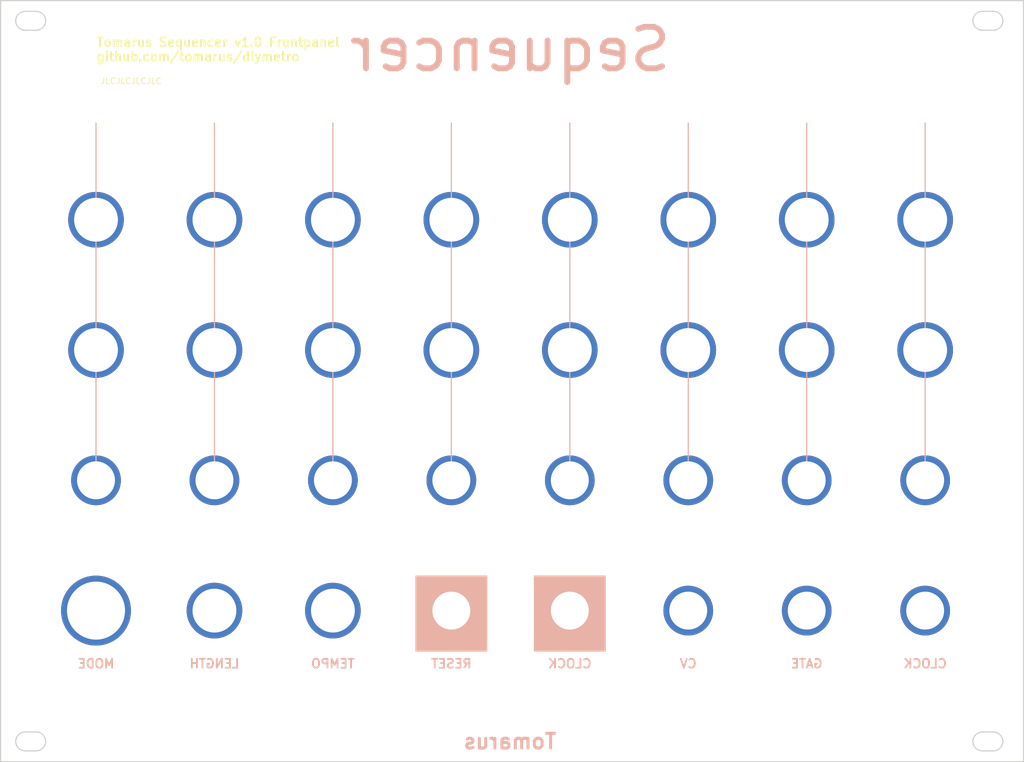
<source format=kicad_pcb>
(kicad_pcb (version 20171130) (host pcbnew 5.0.2+dfsg1-1~bpo9+1)

  (general
    (thickness 1.6)
    (drawings 275)
    (tracks 0)
    (zones 0)
    (modules 40)
    (nets 1)
  )

  (page A4)
  (layers
    (0 F.Cu signal)
    (31 B.Cu signal)
    (32 B.Adhes user hide)
    (33 F.Adhes user hide)
    (34 B.Paste user hide)
    (35 F.Paste user hide)
    (36 B.SilkS user)
    (37 F.SilkS user)
    (38 B.Mask user hide)
    (39 F.Mask user hide)
    (40 Dwgs.User user hide)
    (41 Cmts.User user hide)
    (42 Eco1.User user hide)
    (43 Eco2.User user hide)
    (44 Edge.Cuts user)
    (45 Margin user hide)
    (46 B.CrtYd user hide)
    (47 F.CrtYd user hide)
    (48 B.Fab user hide)
    (49 F.Fab user hide)
  )

  (setup
    (last_trace_width 0.25)
    (trace_clearance 0.2)
    (zone_clearance 0.508)
    (zone_45_only no)
    (trace_min 0.2)
    (segment_width 0.2)
    (edge_width 0.15)
    (via_size 0.8)
    (via_drill 0.4)
    (via_min_size 0.4)
    (via_min_drill 0.3)
    (uvia_size 0.3)
    (uvia_drill 0.1)
    (uvias_allowed no)
    (uvia_min_size 0.2)
    (uvia_min_drill 0.1)
    (pcb_text_width 0.3)
    (pcb_text_size 1.5 1.5)
    (mod_edge_width 0.15)
    (mod_text_size 1 1)
    (mod_text_width 0.15)
    (pad_size 11.8 11.8)
    (pad_drill 9.8)
    (pad_to_mask_clearance 0.051)
    (solder_mask_min_width 0.25)
    (aux_axis_origin 0 0)
    (visible_elements FFFFFF7F)
    (pcbplotparams
      (layerselection 0x010fc_ffffffff)
      (usegerberextensions false)
      (usegerberattributes false)
      (usegerberadvancedattributes false)
      (creategerberjobfile false)
      (excludeedgelayer true)
      (linewidth 0.100000)
      (plotframeref false)
      (viasonmask false)
      (mode 1)
      (useauxorigin false)
      (hpglpennumber 1)
      (hpglpenspeed 20)
      (hpglpendiameter 15.000000)
      (psnegative false)
      (psa4output false)
      (plotreference true)
      (plotvalue true)
      (plotinvisibletext false)
      (padsonsilk false)
      (subtractmaskfromsilk false)
      (outputformat 1)
      (mirror false)
      (drillshape 0)
      (scaleselection 1)
      (outputdirectory "Gerbers/"))
  )

  (net 0 "")

  (net_class Default "This is the default net class."
    (clearance 0.2)
    (trace_width 0.25)
    (via_dia 0.8)
    (via_drill 0.4)
    (uvia_dia 0.3)
    (uvia_drill 0.1)
  )

  (module MountingHole:MountingHole_3.2mm_M3 (layer F.Cu) (tedit 5D2A1361) (tstamp 5D364E67)
    (at 80.588 45.044)
    (descr "Mounting Hole 3.2mm, no annular, M3")
    (tags "mounting hole 3.2mm no annular m3")
    (attr virtual)
    (fp_text reference REF** (at 0 -4.2) (layer F.SilkS) hide
      (effects (font (size 1 1) (thickness 0.15)))
    )
    (fp_text value MountingHole_3.2mm_M3 (at 0 4.2) (layer F.Fab)
      (effects (font (size 1 1) (thickness 0.15)))
    )
    (fp_circle (center 0 0) (end 3.45 0) (layer F.CrtYd) (width 0.05))
    (fp_circle (center 0 0) (end 3.2 0) (layer Cmts.User) (width 0.15))
    (fp_text user %R (at 0.3 0) (layer F.Fab)
      (effects (font (size 1 1) (thickness 0.15)))
    )
    (pad 1 np_thru_hole circle (at 0 0) (size 3.2 3.2) (drill 3.2) (layers *.Cu *.Mask))
  )

  (module MountingHole:MountingHole_3.2mm_M3 (layer F.Cu) (tedit 5D2A1365) (tstamp 5D364E76)
    (at 100.588 45.044)
    (descr "Mounting Hole 3.2mm, no annular, M3")
    (tags "mounting hole 3.2mm no annular m3")
    (attr virtual)
    (fp_text reference REF** (at 0 -4.2) (layer F.SilkS) hide
      (effects (font (size 1 1) (thickness 0.15)))
    )
    (fp_text value MountingHole_3.2mm_M3 (at 0 4.2) (layer F.Fab)
      (effects (font (size 1 1) (thickness 0.15)))
    )
    (fp_circle (center 0 0) (end 3.45 0) (layer F.CrtYd) (width 0.05))
    (fp_circle (center 0 0) (end 3.2 0) (layer Cmts.User) (width 0.15))
    (fp_text user %R (at 0.3 0) (layer F.Fab)
      (effects (font (size 1 1) (thickness 0.15)))
    )
    (pad 1 np_thru_hole circle (at 0 0) (size 3.2 3.2) (drill 3.2) (layers *.Cu *.Mask))
  )

  (module MountingHole:MountingHole_3.2mm_M3 (layer F.Cu) (tedit 5D2A1376) (tstamp 5D364E94)
    (at 120.588 45.044)
    (descr "Mounting Hole 3.2mm, no annular, M3")
    (tags "mounting hole 3.2mm no annular m3")
    (attr virtual)
    (fp_text reference REF** (at 0 -4.2) (layer F.SilkS) hide
      (effects (font (size 1 1) (thickness 0.15)))
    )
    (fp_text value MountingHole_3.2mm_M3 (at 0 4.2) (layer F.Fab)
      (effects (font (size 1 1) (thickness 0.15)))
    )
    (fp_circle (center 0 0) (end 3.45 0) (layer F.CrtYd) (width 0.05))
    (fp_circle (center 0 0) (end 3.2 0) (layer Cmts.User) (width 0.15))
    (fp_text user %R (at 0.3 0) (layer F.Fab)
      (effects (font (size 1 1) (thickness 0.15)))
    )
    (pad 1 np_thru_hole circle (at 0 0) (size 3.2 3.2) (drill 3.2) (layers *.Cu *.Mask))
  )

  (module MountingHole:MountingHole_3.2mm_M3 (layer F.Cu) (tedit 5D2A137A) (tstamp 5D364EA3)
    (at 140.588 45.044)
    (descr "Mounting Hole 3.2mm, no annular, M3")
    (tags "mounting hole 3.2mm no annular m3")
    (attr virtual)
    (fp_text reference REF** (at 0 -4.2) (layer F.SilkS) hide
      (effects (font (size 1 1) (thickness 0.15)))
    )
    (fp_text value MountingHole_3.2mm_M3 (at 0 4.2) (layer F.Fab)
      (effects (font (size 1 1) (thickness 0.15)))
    )
    (fp_circle (center 0 0) (end 3.45 0) (layer F.CrtYd) (width 0.05))
    (fp_circle (center 0 0) (end 3.2 0) (layer Cmts.User) (width 0.15))
    (fp_text user %R (at 0.3 0) (layer F.Fab)
      (effects (font (size 1 1) (thickness 0.15)))
    )
    (pad 1 np_thru_hole circle (at 0 0) (size 3.2 3.2) (drill 3.2) (layers *.Cu *.Mask))
  )

  (module MountingHole:MountingHole_3.2mm_M3 (layer F.Cu) (tedit 5D2A137F) (tstamp 5D364EB2)
    (at 160.588 45.044)
    (descr "Mounting Hole 3.2mm, no annular, M3")
    (tags "mounting hole 3.2mm no annular m3")
    (attr virtual)
    (fp_text reference REF** (at 0 -4.2) (layer F.SilkS) hide
      (effects (font (size 1 1) (thickness 0.15)))
    )
    (fp_text value MountingHole_3.2mm_M3 (at 0 4.2) (layer F.Fab)
      (effects (font (size 1 1) (thickness 0.15)))
    )
    (fp_circle (center 0 0) (end 3.45 0) (layer F.CrtYd) (width 0.05))
    (fp_circle (center 0 0) (end 3.2 0) (layer Cmts.User) (width 0.15))
    (fp_text user %R (at 0.3 0) (layer F.Fab)
      (effects (font (size 1 1) (thickness 0.15)))
    )
    (pad 1 np_thru_hole circle (at 0 0) (size 3.2 3.2) (drill 3.2) (layers *.Cu *.Mask))
  )

  (module MountingHole:MountingHole_3.2mm_M3 (layer F.Cu) (tedit 5D2A1383) (tstamp 5D364EC1)
    (at 180.588 45.044)
    (descr "Mounting Hole 3.2mm, no annular, M3")
    (tags "mounting hole 3.2mm no annular m3")
    (attr virtual)
    (fp_text reference REF** (at 0 -4.2) (layer F.SilkS) hide
      (effects (font (size 1 1) (thickness 0.15)))
    )
    (fp_text value MountingHole_3.2mm_M3 (at 0 4.2) (layer F.Fab)
      (effects (font (size 1 1) (thickness 0.15)))
    )
    (fp_circle (center 0 0) (end 3.45 0) (layer F.CrtYd) (width 0.05))
    (fp_circle (center 0 0) (end 3.2 0) (layer Cmts.User) (width 0.15))
    (fp_text user %R (at 0.3 0) (layer F.Fab)
      (effects (font (size 1 1) (thickness 0.15)))
    )
    (pad 1 np_thru_hole circle (at 0 0) (size 3.2 3.2) (drill 3.2) (layers *.Cu *.Mask))
  )

  (module MountingHole:MountingHole_3.2mm_M3 (layer F.Cu) (tedit 5D2A13BB) (tstamp 5D364ED7)
    (at 200.588 45.044)
    (descr "Mounting Hole 3.2mm, no annular, M3")
    (tags "mounting hole 3.2mm no annular m3")
    (attr virtual)
    (fp_text reference REF** (at 0 -4.2) (layer F.SilkS) hide
      (effects (font (size 1 1) (thickness 0.15)))
    )
    (fp_text value MountingHole_3.2mm_M3 (at 0 4.2) (layer F.Fab)
      (effects (font (size 1 1) (thickness 0.15)))
    )
    (fp_circle (center 0 0) (end 3.45 0) (layer F.CrtYd) (width 0.05))
    (fp_circle (center 0 0) (end 3.2 0) (layer Cmts.User) (width 0.15))
    (fp_text user %R (at 0.3 0) (layer F.Fab)
      (effects (font (size 1 1) (thickness 0.15)))
    )
    (pad 1 np_thru_hole circle (at 0 0) (size 3.2 3.2) (drill 3.2) (layers *.Cu *.Mask))
  )

  (module MountingHole:MountingHole_3.2mm_M3 (layer F.Cu) (tedit 5D2A13BF) (tstamp 5D364EE6)
    (at 220.588 45.044)
    (descr "Mounting Hole 3.2mm, no annular, M3")
    (tags "mounting hole 3.2mm no annular m3")
    (attr virtual)
    (fp_text reference REF** (at 0 -4.2) (layer F.SilkS) hide
      (effects (font (size 1 1) (thickness 0.15)))
    )
    (fp_text value MountingHole_3.2mm_M3 (at 0 4.2) (layer F.Fab)
      (effects (font (size 1 1) (thickness 0.15)))
    )
    (fp_circle (center 0 0) (end 3.45 0) (layer F.CrtYd) (width 0.05))
    (fp_circle (center 0 0) (end 3.2 0) (layer Cmts.User) (width 0.15))
    (fp_text user %R (at 0.3 0) (layer F.Fab)
      (effects (font (size 1 1) (thickness 0.15)))
    )
    (pad 1 np_thru_hole circle (at 0 0) (size 3.2 3.2) (drill 3.2) (layers *.Cu *.Mask))
  )

  (module Tomarus:MountingHole_7mm_Pad (layer F.Cu) (tedit 5D2E2648) (tstamp 5D4C560C)
    (at 220.588 63.044)
    (descr "Mounting Hole 6mm")
    (tags "mounting hole 6mm")
    (attr virtual)
    (fp_text reference REF** (at 0 -7) (layer F.SilkS) hide
      (effects (font (size 1 1) (thickness 0.15)))
    )
    (fp_text value MountingHole_7mm_Pad (at 0 7) (layer F.Fab)
      (effects (font (size 1 1) (thickness 0.15)))
    )
    (fp_circle (center 0 0) (end 7.25 0) (layer F.CrtYd) (width 0.05))
    (fp_circle (center 0 0) (end 7 0) (layer Cmts.User) (width 0.15))
    (fp_text user %R (at 0.3 0) (layer F.Fab)
      (effects (font (size 1 1) (thickness 0.15)))
    )
    (pad 1 thru_hole circle (at 0 0) (size 9.4 9.4) (drill 7.4) (layers *.Cu *.Mask))
  )

  (module Tomarus:MountingHole_7mm_Pad (layer F.Cu) (tedit 5D2E2642) (tstamp 5D4C5630)
    (at 200.588 63.044)
    (descr "Mounting Hole 6mm")
    (tags "mounting hole 6mm")
    (attr virtual)
    (fp_text reference REF** (at 0 -7) (layer F.SilkS) hide
      (effects (font (size 1 1) (thickness 0.15)))
    )
    (fp_text value MountingHole_7mm_Pad (at 0 7) (layer F.Fab)
      (effects (font (size 1 1) (thickness 0.15)))
    )
    (fp_circle (center 0 0) (end 7.25 0) (layer F.CrtYd) (width 0.05))
    (fp_circle (center 0 0) (end 7 0) (layer Cmts.User) (width 0.15))
    (fp_text user %R (at 0.3 0) (layer F.Fab)
      (effects (font (size 1 1) (thickness 0.15)))
    )
    (pad 1 thru_hole circle (at 0 0) (size 9.4 9.4) (drill 7.4) (layers *.Cu *.Mask))
  )

  (module Tomarus:MountingHole_7mm_Pad (layer F.Cu) (tedit 5D2E2679) (tstamp 5D4C5654)
    (at 220.588 85.044)
    (descr "Mounting Hole 6mm")
    (tags "mounting hole 6mm")
    (attr virtual)
    (fp_text reference REF** (at 0 -7) (layer F.SilkS) hide
      (effects (font (size 1 1) (thickness 0.15)))
    )
    (fp_text value MountingHole_7mm_Pad (at 0 7) (layer F.Fab)
      (effects (font (size 1 1) (thickness 0.15)))
    )
    (fp_circle (center 0 0) (end 7.25 0) (layer F.CrtYd) (width 0.05))
    (fp_circle (center 0 0) (end 7 0) (layer Cmts.User) (width 0.15))
    (fp_text user %R (at 0.3 0) (layer F.Fab)
      (effects (font (size 1 1) (thickness 0.15)))
    )
    (pad 1 thru_hole circle (at 0 0) (size 9.4 9.4) (drill 7.4) (layers *.Cu *.Mask))
  )

  (module Tomarus:MountingHole_7mm_Pad (layer F.Cu) (tedit 5D2E2673) (tstamp 5D4C5678)
    (at 200.588 85.044)
    (descr "Mounting Hole 6mm")
    (tags "mounting hole 6mm")
    (attr virtual)
    (fp_text reference REF** (at 0 -7) (layer F.SilkS) hide
      (effects (font (size 1 1) (thickness 0.15)))
    )
    (fp_text value MountingHole_7mm_Pad (at 0 7) (layer F.Fab)
      (effects (font (size 1 1) (thickness 0.15)))
    )
    (fp_circle (center 0 0) (end 7.25 0) (layer F.CrtYd) (width 0.05))
    (fp_circle (center 0 0) (end 7 0) (layer Cmts.User) (width 0.15))
    (fp_text user %R (at 0.3 0) (layer F.Fab)
      (effects (font (size 1 1) (thickness 0.15)))
    )
    (pad 1 thru_hole circle (at 0 0) (size 9.4 9.4) (drill 7.4) (layers *.Cu *.Mask))
  )

  (module Tomarus:MountingHole_7mm_Pad (layer F.Cu) (tedit 5D2E263D) (tstamp 5D4C569C)
    (at 180.588 63.044)
    (descr "Mounting Hole 6mm")
    (tags "mounting hole 6mm")
    (attr virtual)
    (fp_text reference REF** (at 0 -7) (layer F.SilkS) hide
      (effects (font (size 1 1) (thickness 0.15)))
    )
    (fp_text value MountingHole_7mm_Pad (at 0 7) (layer F.Fab)
      (effects (font (size 1 1) (thickness 0.15)))
    )
    (fp_circle (center 0 0) (end 7.25 0) (layer F.CrtYd) (width 0.05))
    (fp_circle (center 0 0) (end 7 0) (layer Cmts.User) (width 0.15))
    (fp_text user %R (at 0.3 0) (layer F.Fab)
      (effects (font (size 1 1) (thickness 0.15)))
    )
    (pad 1 thru_hole circle (at 0 0) (size 9.4 9.4) (drill 7.4) (layers *.Cu *.Mask))
  )

  (module Tomarus:MountingHole_7mm_Pad (layer F.Cu) (tedit 5D2E2638) (tstamp 5D4C56C0)
    (at 160.588 63.044)
    (descr "Mounting Hole 6mm")
    (tags "mounting hole 6mm")
    (attr virtual)
    (fp_text reference REF** (at 0 -7) (layer F.SilkS) hide
      (effects (font (size 1 1) (thickness 0.15)))
    )
    (fp_text value MountingHole_7mm_Pad (at 0 7) (layer F.Fab)
      (effects (font (size 1 1) (thickness 0.15)))
    )
    (fp_circle (center 0 0) (end 7.25 0) (layer F.CrtYd) (width 0.05))
    (fp_circle (center 0 0) (end 7 0) (layer Cmts.User) (width 0.15))
    (fp_text user %R (at 0.3 0) (layer F.Fab)
      (effects (font (size 1 1) (thickness 0.15)))
    )
    (pad 1 thru_hole circle (at 0 0) (size 9.4 9.4) (drill 7.4) (layers *.Cu *.Mask))
  )

  (module Tomarus:MountingHole_7mm_Pad (layer F.Cu) (tedit 5D2E2633) (tstamp 5D4C56E4)
    (at 140.588 63.044)
    (descr "Mounting Hole 6mm")
    (tags "mounting hole 6mm")
    (attr virtual)
    (fp_text reference REF** (at 0 -7) (layer F.SilkS) hide
      (effects (font (size 1 1) (thickness 0.15)))
    )
    (fp_text value MountingHole_7mm_Pad (at 0 7) (layer F.Fab)
      (effects (font (size 1 1) (thickness 0.15)))
    )
    (fp_circle (center 0 0) (end 7.25 0) (layer F.CrtYd) (width 0.05))
    (fp_circle (center 0 0) (end 7 0) (layer Cmts.User) (width 0.15))
    (fp_text user %R (at 0.3 0) (layer F.Fab)
      (effects (font (size 1 1) (thickness 0.15)))
    )
    (pad 1 thru_hole circle (at 0 0) (size 9.4 9.4) (drill 7.4) (layers *.Cu *.Mask))
  )

  (module Tomarus:MountingHole_7mm_Pad (layer F.Cu) (tedit 5D2E262E) (tstamp 5D4C5708)
    (at 120.588 63.044)
    (descr "Mounting Hole 6mm")
    (tags "mounting hole 6mm")
    (attr virtual)
    (fp_text reference REF** (at 0 -7) (layer F.SilkS) hide
      (effects (font (size 1 1) (thickness 0.15)))
    )
    (fp_text value MountingHole_7mm_Pad (at 0 7) (layer F.Fab)
      (effects (font (size 1 1) (thickness 0.15)))
    )
    (fp_circle (center 0 0) (end 7.25 0) (layer F.CrtYd) (width 0.05))
    (fp_circle (center 0 0) (end 7 0) (layer Cmts.User) (width 0.15))
    (fp_text user %R (at 0.3 0) (layer F.Fab)
      (effects (font (size 1 1) (thickness 0.15)))
    )
    (pad 1 thru_hole circle (at 0 0) (size 9.4 9.4) (drill 7.4) (layers *.Cu *.Mask))
  )

  (module Tomarus:MountingHole_7mm_Pad (layer F.Cu) (tedit 5D2E2629) (tstamp 5D4C572C)
    (at 100.588 63.044)
    (descr "Mounting Hole 6mm")
    (tags "mounting hole 6mm")
    (attr virtual)
    (fp_text reference REF** (at 0 -7) (layer F.SilkS) hide
      (effects (font (size 1 1) (thickness 0.15)))
    )
    (fp_text value MountingHole_7mm_Pad (at 0 7) (layer F.Fab)
      (effects (font (size 1 1) (thickness 0.15)))
    )
    (fp_circle (center 0 0) (end 7.25 0) (layer F.CrtYd) (width 0.05))
    (fp_circle (center 0 0) (end 7 0) (layer Cmts.User) (width 0.15))
    (fp_text user %R (at 0.3 0) (layer F.Fab)
      (effects (font (size 1 1) (thickness 0.15)))
    )
    (pad 1 thru_hole circle (at 0 0) (size 9.4 9.4) (drill 7.4) (layers *.Cu *.Mask))
  )

  (module Tomarus:MountingHole_7mm_Pad (layer F.Cu) (tedit 5D2E2623) (tstamp 5D4C5774)
    (at 80.588 63.044)
    (descr "Mounting Hole 6mm")
    (tags "mounting hole 6mm")
    (attr virtual)
    (fp_text reference REF** (at 0 -7) (layer F.SilkS) hide
      (effects (font (size 1 1) (thickness 0.15)))
    )
    (fp_text value MountingHole_7mm_Pad (at 0 7) (layer F.Fab)
      (effects (font (size 1 1) (thickness 0.15)))
    )
    (fp_circle (center 0 0) (end 7.25 0) (layer F.CrtYd) (width 0.05))
    (fp_circle (center 0 0) (end 7 0) (layer Cmts.User) (width 0.15))
    (fp_text user %R (at 0.3 0) (layer F.Fab)
      (effects (font (size 1 1) (thickness 0.15)))
    )
    (pad 1 thru_hole circle (at 0 0) (size 9.4 9.4) (drill 7.4) (layers *.Cu *.Mask))
  )

  (module Tomarus:MountingHole_7mm_Pad (layer F.Cu) (tedit 5D2E264E) (tstamp 5D4C5798)
    (at 80.588 85.044)
    (descr "Mounting Hole 6mm")
    (tags "mounting hole 6mm")
    (attr virtual)
    (fp_text reference REF** (at 0 -7) (layer F.SilkS) hide
      (effects (font (size 1 1) (thickness 0.15)))
    )
    (fp_text value MountingHole_7mm_Pad (at 0 7) (layer F.Fab)
      (effects (font (size 1 1) (thickness 0.15)))
    )
    (fp_circle (center 0 0) (end 7.25 0) (layer F.CrtYd) (width 0.05))
    (fp_circle (center 0 0) (end 7 0) (layer Cmts.User) (width 0.15))
    (fp_text user %R (at 0.3 0) (layer F.Fab)
      (effects (font (size 1 1) (thickness 0.15)))
    )
    (pad 1 thru_hole circle (at 0 0) (size 9.4 9.4) (drill 7.4) (layers *.Cu *.Mask))
  )

  (module Tomarus:MountingHole_7mm_Pad (layer F.Cu) (tedit 5D2E2654) (tstamp 5D4C57BC)
    (at 100.588 85.044)
    (descr "Mounting Hole 6mm")
    (tags "mounting hole 6mm")
    (attr virtual)
    (fp_text reference REF** (at 0 -7) (layer F.SilkS) hide
      (effects (font (size 1 1) (thickness 0.15)))
    )
    (fp_text value MountingHole_7mm_Pad (at 0 7) (layer F.Fab)
      (effects (font (size 1 1) (thickness 0.15)))
    )
    (fp_circle (center 0 0) (end 7.25 0) (layer F.CrtYd) (width 0.05))
    (fp_circle (center 0 0) (end 7 0) (layer Cmts.User) (width 0.15))
    (fp_text user %R (at 0.3 0) (layer F.Fab)
      (effects (font (size 1 1) (thickness 0.15)))
    )
    (pad 1 thru_hole circle (at 0 0) (size 9.4 9.4) (drill 7.4) (layers *.Cu *.Mask))
  )

  (module Tomarus:MountingHole_7mm_Pad (layer F.Cu) (tedit 5D2E2659) (tstamp 5D4C57E0)
    (at 120.588 85.044)
    (descr "Mounting Hole 6mm")
    (tags "mounting hole 6mm")
    (attr virtual)
    (fp_text reference REF** (at 0 -7) (layer F.SilkS) hide
      (effects (font (size 1 1) (thickness 0.15)))
    )
    (fp_text value MountingHole_7mm_Pad (at 0 7) (layer F.Fab)
      (effects (font (size 1 1) (thickness 0.15)))
    )
    (fp_circle (center 0 0) (end 7.25 0) (layer F.CrtYd) (width 0.05))
    (fp_circle (center 0 0) (end 7 0) (layer Cmts.User) (width 0.15))
    (fp_text user %R (at 0.3 0) (layer F.Fab)
      (effects (font (size 1 1) (thickness 0.15)))
    )
    (pad 1 thru_hole circle (at 0 0) (size 9.4 9.4) (drill 7.4) (layers *.Cu *.Mask))
  )

  (module Tomarus:MountingHole_7mm_Pad (layer F.Cu) (tedit 5D2E265F) (tstamp 5D4C5828)
    (at 140.588 85.044)
    (descr "Mounting Hole 6mm")
    (tags "mounting hole 6mm")
    (attr virtual)
    (fp_text reference REF** (at 0 -7) (layer F.SilkS) hide
      (effects (font (size 1 1) (thickness 0.15)))
    )
    (fp_text value MountingHole_7mm_Pad (at 0 7) (layer F.Fab)
      (effects (font (size 1 1) (thickness 0.15)))
    )
    (fp_circle (center 0 0) (end 7.25 0) (layer F.CrtYd) (width 0.05))
    (fp_circle (center 0 0) (end 7 0) (layer Cmts.User) (width 0.15))
    (fp_text user %R (at 0.3 0) (layer F.Fab)
      (effects (font (size 1 1) (thickness 0.15)))
    )
    (pad 1 thru_hole circle (at 0 0) (size 9.4 9.4) (drill 7.4) (layers *.Cu *.Mask))
  )

  (module Tomarus:MountingHole_7mm_Pad (layer F.Cu) (tedit 5D2E2665) (tstamp 5D4C584C)
    (at 160.588 85.044)
    (descr "Mounting Hole 6mm")
    (tags "mounting hole 6mm")
    (attr virtual)
    (fp_text reference REF** (at 0 -7) (layer F.SilkS) hide
      (effects (font (size 1 1) (thickness 0.15)))
    )
    (fp_text value MountingHole_7mm_Pad (at 0 7) (layer F.Fab)
      (effects (font (size 1 1) (thickness 0.15)))
    )
    (fp_circle (center 0 0) (end 7.25 0) (layer F.CrtYd) (width 0.05))
    (fp_circle (center 0 0) (end 7 0) (layer Cmts.User) (width 0.15))
    (fp_text user %R (at 0.3 0) (layer F.Fab)
      (effects (font (size 1 1) (thickness 0.15)))
    )
    (pad 1 thru_hole circle (at 0 0) (size 9.4 9.4) (drill 7.4) (layers *.Cu *.Mask))
  )

  (module Tomarus:MountingHole_7mm_Pad (layer F.Cu) (tedit 5D2E266A) (tstamp 5D4C5870)
    (at 180.588 85.044)
    (descr "Mounting Hole 6mm")
    (tags "mounting hole 6mm")
    (attr virtual)
    (fp_text reference REF** (at 0 -7) (layer F.SilkS) hide
      (effects (font (size 1 1) (thickness 0.15)))
    )
    (fp_text value MountingHole_7mm_Pad (at 0 7) (layer F.Fab)
      (effects (font (size 1 1) (thickness 0.15)))
    )
    (fp_circle (center 0 0) (end 7.25 0) (layer F.CrtYd) (width 0.05))
    (fp_circle (center 0 0) (end 7 0) (layer Cmts.User) (width 0.15))
    (fp_text user %R (at 0.3 0) (layer F.Fab)
      (effects (font (size 1 1) (thickness 0.15)))
    )
    (pad 1 thru_hole circle (at 0 0) (size 9.4 9.4) (drill 7.4) (layers *.Cu *.Mask))
  )

  (module MountingHole:MountingHole_6.4mm_M6_Pad (layer F.Cu) (tedit 5D2E2612) (tstamp 5D2E386A)
    (at 220.588 107.044)
    (descr "Mounting Hole 6.4mm, M6")
    (tags "mounting hole 6.4mm m6")
    (attr virtual)
    (fp_text reference REF** (at 0 -7.4) (layer F.SilkS) hide
      (effects (font (size 1 1) (thickness 0.15)))
    )
    (fp_text value MountingHole_6.4mm_M6_Pad (at 0 7.4) (layer F.Fab)
      (effects (font (size 1 1) (thickness 0.15)))
    )
    (fp_text user %R (at 0.3 0) (layer F.Fab)
      (effects (font (size 1 1) (thickness 0.15)))
    )
    (fp_circle (center 0 0) (end 6.4 0) (layer Cmts.User) (width 0.15))
    (fp_circle (center 0 0) (end 6.65 0) (layer F.CrtYd) (width 0.05))
    (pad 1 thru_hole circle (at 0 0) (size 8.4 8.4) (drill 6.4) (layers *.Cu *.Mask))
  )

  (module MountingHole:MountingHole_6.4mm_M6_Pad (layer F.Cu) (tedit 5D2E260D) (tstamp 5D2E39E7)
    (at 200.588 107.044)
    (descr "Mounting Hole 6.4mm, M6")
    (tags "mounting hole 6.4mm m6")
    (attr virtual)
    (fp_text reference REF** (at 0 -7.4) (layer F.SilkS) hide
      (effects (font (size 1 1) (thickness 0.15)))
    )
    (fp_text value MountingHole_6.4mm_M6_Pad (at 0 7.4) (layer F.Fab)
      (effects (font (size 1 1) (thickness 0.15)))
    )
    (fp_text user %R (at 0.3 0) (layer F.Fab)
      (effects (font (size 1 1) (thickness 0.15)))
    )
    (fp_circle (center 0 0) (end 6.4 0) (layer Cmts.User) (width 0.15))
    (fp_circle (center 0 0) (end 6.65 0) (layer F.CrtYd) (width 0.05))
    (pad 1 thru_hole circle (at 0 0) (size 8.4 8.4) (drill 6.4) (layers *.Cu *.Mask))
  )

  (module MountingHole:MountingHole_6.4mm_M6_Pad (layer F.Cu) (tedit 5D2E2607) (tstamp 5D2E39A5)
    (at 180.588 107.044)
    (descr "Mounting Hole 6.4mm, M6")
    (tags "mounting hole 6.4mm m6")
    (attr virtual)
    (fp_text reference REF** (at 0 -7.4) (layer F.SilkS) hide
      (effects (font (size 1 1) (thickness 0.15)))
    )
    (fp_text value MountingHole_6.4mm_M6_Pad (at 0 7.4) (layer F.Fab)
      (effects (font (size 1 1) (thickness 0.15)))
    )
    (fp_text user %R (at 0.3 0) (layer F.Fab)
      (effects (font (size 1 1) (thickness 0.15)))
    )
    (fp_circle (center 0 0) (end 6.4 0) (layer Cmts.User) (width 0.15))
    (fp_circle (center 0 0) (end 6.65 0) (layer F.CrtYd) (width 0.05))
    (pad 1 thru_hole circle (at 0 0) (size 8.4 8.4) (drill 6.4) (layers *.Cu *.Mask))
  )

  (module MountingHole:MountingHole_6.4mm_M6_Pad (layer F.Cu) (tedit 5D2E2602) (tstamp 5D2E39FC)
    (at 160.588 107.044)
    (descr "Mounting Hole 6.4mm, M6")
    (tags "mounting hole 6.4mm m6")
    (attr virtual)
    (fp_text reference REF** (at 0 -7.4) (layer F.SilkS) hide
      (effects (font (size 1 1) (thickness 0.15)))
    )
    (fp_text value MountingHole_6.4mm_M6_Pad (at 0 7.4) (layer F.Fab)
      (effects (font (size 1 1) (thickness 0.15)))
    )
    (fp_text user %R (at 0.3 0) (layer F.Fab)
      (effects (font (size 1 1) (thickness 0.15)))
    )
    (fp_circle (center 0 0) (end 6.4 0) (layer Cmts.User) (width 0.15))
    (fp_circle (center 0 0) (end 6.65 0) (layer F.CrtYd) (width 0.05))
    (pad 1 thru_hole circle (at 0 0) (size 8.4 8.4) (drill 6.4) (layers *.Cu *.Mask))
  )

  (module MountingHole:MountingHole_6.4mm_M6_Pad (layer F.Cu) (tedit 5D2E25FD) (tstamp 5D2E3990)
    (at 140.588 107.044)
    (descr "Mounting Hole 6.4mm, M6")
    (tags "mounting hole 6.4mm m6")
    (attr virtual)
    (fp_text reference REF** (at 0 -7.4) (layer F.SilkS) hide
      (effects (font (size 1 1) (thickness 0.15)))
    )
    (fp_text value MountingHole_6.4mm_M6_Pad (at 0 7.4) (layer F.Fab)
      (effects (font (size 1 1) (thickness 0.15)))
    )
    (fp_text user %R (at 0.3 0) (layer F.Fab)
      (effects (font (size 1 1) (thickness 0.15)))
    )
    (fp_circle (center 0 0) (end 6.4 0) (layer Cmts.User) (width 0.15))
    (fp_circle (center 0 0) (end 6.65 0) (layer F.CrtYd) (width 0.05))
    (pad 1 thru_hole circle (at 0 0) (size 8.4 8.4) (drill 6.4) (layers *.Cu *.Mask))
  )

  (module MountingHole:MountingHole_6.4mm_M6_Pad (layer F.Cu) (tedit 5D2E25F7) (tstamp 5D2E395D)
    (at 120.588 107.044)
    (descr "Mounting Hole 6.4mm, M6")
    (tags "mounting hole 6.4mm m6")
    (attr virtual)
    (fp_text reference REF** (at 0 -7.4) (layer F.SilkS) hide
      (effects (font (size 1 1) (thickness 0.15)))
    )
    (fp_text value MountingHole_6.4mm_M6_Pad (at 0 7.4) (layer F.Fab)
      (effects (font (size 1 1) (thickness 0.15)))
    )
    (fp_text user %R (at 0.3 0) (layer F.Fab)
      (effects (font (size 1 1) (thickness 0.15)))
    )
    (fp_circle (center 0 0) (end 6.4 0) (layer Cmts.User) (width 0.15))
    (fp_circle (center 0 0) (end 6.65 0) (layer F.CrtYd) (width 0.05))
    (pad 1 thru_hole circle (at 0 0) (size 8.4 8.4) (drill 6.4) (layers *.Cu *.Mask))
  )

  (module MountingHole:MountingHole_6.4mm_M6_Pad (layer F.Cu) (tedit 5D2E25F1) (tstamp 5D2E3972)
    (at 100.588 107.044)
    (descr "Mounting Hole 6.4mm, M6")
    (tags "mounting hole 6.4mm m6")
    (attr virtual)
    (fp_text reference REF** (at 0 -7.4) (layer F.SilkS) hide
      (effects (font (size 1 1) (thickness 0.15)))
    )
    (fp_text value MountingHole_6.4mm_M6_Pad (at 0 7.4) (layer F.Fab)
      (effects (font (size 1 1) (thickness 0.15)))
    )
    (fp_text user %R (at 0.3 0) (layer F.Fab)
      (effects (font (size 1 1) (thickness 0.15)))
    )
    (fp_circle (center 0 0) (end 6.4 0) (layer Cmts.User) (width 0.15))
    (fp_circle (center 0 0) (end 6.65 0) (layer F.CrtYd) (width 0.05))
    (pad 1 thru_hole circle (at 0 0) (size 8.4 8.4) (drill 6.4) (layers *.Cu *.Mask))
  )

  (module MountingHole:MountingHole_6.4mm_M6_Pad (layer F.Cu) (tedit 5D2E25EC) (tstamp 5D2E39C0)
    (at 80.588 107.044)
    (descr "Mounting Hole 6.4mm, M6")
    (tags "mounting hole 6.4mm m6")
    (attr virtual)
    (fp_text reference REF** (at 0 -7.4) (layer F.SilkS) hide
      (effects (font (size 1 1) (thickness 0.15)))
    )
    (fp_text value MountingHole_6.4mm_M6_Pad (at 0 7.4) (layer F.Fab)
      (effects (font (size 1 1) (thickness 0.15)))
    )
    (fp_text user %R (at 0.3 0) (layer F.Fab)
      (effects (font (size 1 1) (thickness 0.15)))
    )
    (fp_circle (center 0 0) (end 6.4 0) (layer Cmts.User) (width 0.15))
    (fp_circle (center 0 0) (end 6.65 0) (layer F.CrtYd) (width 0.05))
    (pad 1 thru_hole circle (at 0 0) (size 8.4 8.4) (drill 6.4) (layers *.Cu *.Mask))
  )

  (module MountingHole:MountingHole_6.4mm_M6_Pad (layer F.Cu) (tedit 5D2E1F25) (tstamp 5D2E3828)
    (at 220.588 129.044)
    (descr "Mounting Hole 6.4mm, M6")
    (tags "mounting hole 6.4mm m6")
    (attr virtual)
    (fp_text reference REF** (at 0 -7.4) (layer F.SilkS) hide
      (effects (font (size 1 1) (thickness 0.15)))
    )
    (fp_text value MountingHole_6.4mm_M6_Pad (at 0 7.4) (layer F.Fab)
      (effects (font (size 1 1) (thickness 0.15)))
    )
    (fp_circle (center 0 0) (end 6.65 0) (layer F.CrtYd) (width 0.05))
    (fp_circle (center 0 0) (end 6.4 0) (layer Cmts.User) (width 0.15))
    (fp_text user %R (at 0.3 0) (layer F.Fab)
      (effects (font (size 1 1) (thickness 0.15)))
    )
    (pad 1 thru_hole circle (at 0 0) (size 8.4 8.4) (drill 6.4) (layers *.Cu *.Mask))
  )

  (module MountingHole:MountingHole_6.4mm_M6_Pad (layer F.Cu) (tedit 5D2E1F2C) (tstamp 5D2E387F)
    (at 200.588 129.044)
    (descr "Mounting Hole 6.4mm, M6")
    (tags "mounting hole 6.4mm m6")
    (attr virtual)
    (fp_text reference REF** (at 0 -7.4) (layer F.SilkS) hide
      (effects (font (size 1 1) (thickness 0.15)))
    )
    (fp_text value MountingHole_6.4mm_M6_Pad (at 0 7.4) (layer F.Fab)
      (effects (font (size 1 1) (thickness 0.15)))
    )
    (fp_circle (center 0 0) (end 6.65 0) (layer F.CrtYd) (width 0.05))
    (fp_circle (center 0 0) (end 6.4 0) (layer Cmts.User) (width 0.15))
    (fp_text user %R (at 0.3 0) (layer F.Fab)
      (effects (font (size 1 1) (thickness 0.15)))
    )
    (pad 1 thru_hole circle (at 0 0) (size 8.4 8.4) (drill 6.4) (layers *.Cu *.Mask))
  )

  (module MountingHole:MountingHole_6.4mm_M6_Pad (layer F.Cu) (tedit 5D2E1F37) (tstamp 5D2E383D)
    (at 180.588 129.044)
    (descr "Mounting Hole 6.4mm, M6")
    (tags "mounting hole 6.4mm m6")
    (attr virtual)
    (fp_text reference REF** (at 0 -7.4) (layer F.SilkS) hide
      (effects (font (size 1 1) (thickness 0.15)))
    )
    (fp_text value MountingHole_6.4mm_M6_Pad (at 0 7.4) (layer F.Fab)
      (effects (font (size 1 1) (thickness 0.15)))
    )
    (fp_circle (center 0 0) (end 6.65 0) (layer F.CrtYd) (width 0.05))
    (fp_circle (center 0 0) (end 6.4 0) (layer Cmts.User) (width 0.15))
    (fp_text user %R (at 0.3 0) (layer F.Fab)
      (effects (font (size 1 1) (thickness 0.15)))
    )
    (pad 1 thru_hole circle (at 0 0) (size 8.4 8.4) (drill 6.4) (layers *.Cu *.Mask))
  )

  (module MountingHole:MountingHole_6.4mm_M6_Pad (layer F.Cu) (tedit 5D2E1F3D) (tstamp 5D2E38DC)
    (at 160.588 129.044)
    (descr "Mounting Hole 6.4mm, M6")
    (tags "mounting hole 6.4mm m6")
    (attr virtual)
    (fp_text reference REF** (at 0 -7.4) (layer F.SilkS) hide
      (effects (font (size 1 1) (thickness 0.15)))
    )
    (fp_text value MountingHole_6.4mm_M6_Pad (at 0 7.4) (layer F.Fab)
      (effects (font (size 1 1) (thickness 0.15)))
    )
    (fp_circle (center 0 0) (end 6.65 0) (layer F.CrtYd) (width 0.05))
    (fp_circle (center 0 0) (end 6.4 0) (layer Cmts.User) (width 0.15))
    (fp_text user %R (at 0.3 0) (layer F.Fab)
      (effects (font (size 1 1) (thickness 0.15)))
    )
    (pad 1 thru_hole circle (at 0 0) (size 8.4 8.4) (drill 6.4) (layers *.Cu *.Mask))
  )

  (module MountingHole:MountingHole_6.4mm_M6_Pad (layer F.Cu) (tedit 5D2E1F45) (tstamp 5D2E3852)
    (at 140.588 129.044)
    (descr "Mounting Hole 6.4mm, M6")
    (tags "mounting hole 6.4mm m6")
    (attr virtual)
    (fp_text reference REF** (at 0 -7.4) (layer F.SilkS) hide
      (effects (font (size 1 1) (thickness 0.15)))
    )
    (fp_text value MountingHole_6.4mm_M6_Pad (at 0 7.4) (layer F.Fab)
      (effects (font (size 1 1) (thickness 0.15)))
    )
    (fp_circle (center 0 0) (end 6.65 0) (layer F.CrtYd) (width 0.05))
    (fp_circle (center 0 0) (end 6.4 0) (layer Cmts.User) (width 0.15))
    (fp_text user %R (at 0.3 0) (layer F.Fab)
      (effects (font (size 1 1) (thickness 0.15)))
    )
    (pad 1 thru_hole circle (at 0 0) (size 8.4 8.4) (drill 6.4) (layers *.Cu *.Mask))
  )

  (module Tomarus:MountingHole_7mm_Pad (layer F.Cu) (tedit 5D7368F7) (tstamp 5D2E3807)
    (at 120.588 129.044)
    (descr "Mounting Hole 6mm")
    (tags "mounting hole 6mm")
    (attr virtual)
    (fp_text reference REF** (at 0 -7) (layer F.SilkS) hide
      (effects (font (size 1 1) (thickness 0.15)))
    )
    (fp_text value MountingHole_7mm_Pad (at 0 7) (layer F.Fab)
      (effects (font (size 1 1) (thickness 0.15)))
    )
    (fp_text user %R (at 0.3 0) (layer F.Fab)
      (effects (font (size 1 1) (thickness 0.15)))
    )
    (fp_circle (center 0 0) (end 7 0) (layer Cmts.User) (width 0.15))
    (fp_circle (center 0 0) (end 7.25 0) (layer F.CrtYd) (width 0.05))
    (pad 1 thru_hole circle (at 0 0) (size 9.4 9.4) (drill 7.4) (layers *.Cu *.Mask))
  )

  (module Tomarus:MountingHole_7mm_Pad (layer F.Cu) (tedit 5D7368F1) (tstamp 5D2E3894)
    (at 100.588 129.044)
    (descr "Mounting Hole 6mm")
    (tags "mounting hole 6mm")
    (attr virtual)
    (fp_text reference REF** (at 0 -7) (layer F.SilkS) hide
      (effects (font (size 1 1) (thickness 0.15)))
    )
    (fp_text value MountingHole_7mm_Pad (at 0 7) (layer F.Fab)
      (effects (font (size 1 1) (thickness 0.15)))
    )
    (fp_text user %R (at 0.3 0) (layer F.Fab)
      (effects (font (size 1 1) (thickness 0.15)))
    )
    (fp_circle (center 0 0) (end 7 0) (layer Cmts.User) (width 0.15))
    (fp_circle (center 0 0) (end 7.25 0) (layer F.CrtYd) (width 0.05))
    (pad 1 thru_hole circle (at 0 0) (size 9.4 9.4) (drill 7.4) (layers *.Cu *.Mask))
  )

  (module Tomarus:MountingHole_9.5mm_Pad (layer F.Cu) (tedit 5D736919) (tstamp 5D2E38C7)
    (at 80.588 129.044)
    (descr "Mounting Hole 6mm")
    (tags "mounting hole 6mm")
    (attr virtual)
    (fp_text reference REF** (at 0 -10.5) (layer F.SilkS) hide
      (effects (font (size 1 1) (thickness 0.15)))
    )
    (fp_text value MountingHole_9.5mm_Pad (at 0 10.5) (layer F.Fab)
      (effects (font (size 1 1) (thickness 0.15)))
    )
    (fp_text user %R (at 0.3 0) (layer F.Fab)
      (effects (font (size 1 1) (thickness 0.15)))
    )
    (fp_circle (center 0 0) (end 9.2 0) (layer Cmts.User) (width 0.15))
    (fp_circle (center 0 0) (end 9.5 0) (layer F.CrtYd) (width 0.05))
    (pad 1 thru_hole circle (at 0 0) (size 11.8 11.8) (drill 9.8) (layers *.Cu *.Mask))
  )

  (gr_text Sequencer (at 150.495 34.29) (layer B.SilkS) (tstamp 5D72D994)
    (effects (font (size 7 7) (thickness 1)) (justify mirror))
  )
  (gr_text Tomarus (at 150.495 151.13) (layer B.SilkS)
    (effects (font (size 2.5 2.5) (thickness 0.5)) (justify mirror))
  )
  (gr_poly (pts (xy 154.588 123.19) (xy 154.588 135.89) (xy 166.588 135.89) (xy 166.588 123.19)) (layer B.SilkS) (width 0.15))
  (gr_poly (pts (xy 134.588 123.19) (xy 134.588 135.89) (xy 146.588 135.89) (xy 146.588 123.19)) (layer B.SilkS) (width 0.15))
  (gr_line (start 220.588 45.0215) (end 220.588 106.9975) (layer B.SilkS) (width 0.2))
  (gr_line (start 200.588 45.0215) (end 200.588 106.9975) (layer B.SilkS) (width 0.2))
  (gr_line (start 180.588 45.0215) (end 180.588 106.9975) (layer B.SilkS) (width 0.2))
  (gr_line (start 160.588 45.0215) (end 160.588 106.9975) (layer B.SilkS) (width 0.2))
  (gr_line (start 140.588 45.0215) (end 140.588 106.9975) (layer B.SilkS) (width 0.2))
  (gr_line (start 120.588 45.0215) (end 120.588 106.9975) (layer B.SilkS) (width 0.2))
  (gr_line (start 100.588 45.0215) (end 100.588 106.9975) (layer B.SilkS) (width 0.2))
  (gr_line (start 80.588 45.0215) (end 80.588 106.9975) (layer B.SilkS) (width 0.2))
  (dimension 172.72 (width 0.3) (layer F.Fab)
    (gr_text "172.720 mm" (at 150.8506 158.0814) (layer F.Fab)
      (effects (font (size 1.5 1.5) (thickness 0.3)))
    )
    (feature1 (pts (xy 237.2106 155.067) (xy 237.2106 156.567821)))
    (feature2 (pts (xy 64.4906 155.067) (xy 64.4906 156.567821)))
    (crossbar (pts (xy 64.4906 155.9814) (xy 237.2106 155.9814)))
    (arrow1a (pts (xy 237.2106 155.9814) (xy 236.084096 156.567821)))
    (arrow1b (pts (xy 237.2106 155.9814) (xy 236.084096 155.394979)))
    (arrow2a (pts (xy 64.4906 155.9814) (xy 65.617104 156.567821)))
    (arrow2b (pts (xy 64.4906 155.9814) (xy 65.617104 155.394979)))
  )
  (gr_text CLOCK (at 220.588 138) (layer B.SilkS) (tstamp 5D2E38BE)
    (effects (font (size 1.5 1.5) (thickness 0.3)) (justify mirror))
  )
  (gr_text GATE (at 200.588 138) (layer B.SilkS) (tstamp 5D2E38BB)
    (effects (font (size 1.5 1.5) (thickness 0.3)) (justify mirror))
  )
  (gr_text CV (at 180.588 138) (layer B.SilkS) (tstamp 5D2E38B8)
    (effects (font (size 1.5 1.5) (thickness 0.3)) (justify mirror))
  )
  (gr_text CLOCK (at 160.588 138) (layer B.SilkS) (tstamp 5D2E38B5)
    (effects (font (size 1.5 1.5) (thickness 0.3)) (justify mirror))
  )
  (gr_text RESET (at 140.588 138) (layer B.SilkS) (tstamp 5D2E38B2)
    (effects (font (size 1.5 1.5) (thickness 0.3)) (justify mirror))
  )
  (gr_text TEMPO (at 120.588 138) (layer B.SilkS) (tstamp 5D2E38AF)
    (effects (font (size 1.5 1.5) (thickness 0.3)) (justify mirror))
  )
  (gr_text LENGTH (at 100.588 138) (layer B.SilkS) (tstamp 5D2E38AC)
    (effects (font (size 1.5 1.5) (thickness 0.3)) (justify mirror))
  )
  (gr_text MODE (at 80.588 138) (layer B.SilkS) (tstamp 5D2E38A9)
    (effects (font (size 1.5 1.5) (thickness 0.3)) (justify mirror))
  )
  (gr_text JLCJLCJLCJLC (at 81.28 39.624) (layer F.SilkS)
    (effects (font (size 1 1) (thickness 0.15)) (justify left))
  )
  (gr_text "Tomarus Sequencer v1.0 Frontpanel\ngithub.com/tomarus/diymetro" (at 80.518 34.29) (layer F.SilkS)
    (effects (font (size 1.5 1.5) (thickness 0.3)) (justify left))
  )
  (gr_line (start 72.01969 29.951) (end 71.79242 30.397) (layer Edge.Cuts) (width 0.2))
  (gr_line (start 72.098 29.457) (end 72.01969 29.951) (layer Edge.Cuts) (width 0.2))
  (gr_line (start 72.01969 28.962) (end 72.098 29.457) (layer Edge.Cuts) (width 0.2))
  (gr_line (start 71.79242 28.516) (end 72.01969 28.962) (layer Edge.Cuts) (width 0.2))
  (gr_line (start 71.43845 28.162) (end 71.79242 28.516) (layer Edge.Cuts) (width 0.2))
  (gr_line (start 70.99242 27.935) (end 71.43845 28.162) (layer Edge.Cuts) (width 0.2))
  (gr_line (start 70.49799 27.856) (end 70.99242 27.935) (layer Edge.Cuts) (width 0.2))
  (gr_line (start 68.618 27.856) (end 70.49799 27.856) (layer Edge.Cuts) (width 0.2))
  (gr_line (start 68.12357 27.935) (end 68.618 27.856) (layer Edge.Cuts) (width 0.2))
  (gr_line (start 67.67754 28.162) (end 68.12357 27.935) (layer Edge.Cuts) (width 0.2))
  (gr_line (start 67.32357 28.516) (end 67.67754 28.162) (layer Edge.Cuts) (width 0.2))
  (gr_line (start 67.0963 28.962) (end 67.32357 28.516) (layer Edge.Cuts) (width 0.2))
  (gr_line (start 67.01799 29.457) (end 67.0963 28.962) (layer Edge.Cuts) (width 0.2))
  (gr_line (start 67.0963 29.951) (end 67.01799 29.457) (layer Edge.Cuts) (width 0.2))
  (gr_line (start 67.32357 30.397) (end 67.0963 29.951) (layer Edge.Cuts) (width 0.2))
  (gr_line (start 200.338 107.294) (end 200.838 106.794) (layer Edge.Cuts) (width 0.2) (tstamp 5D2E381F))
  (gr_line (start 160.838 107.294) (end 160.338 106.794) (layer Edge.Cuts) (width 0.2) (tstamp 5D2E381C))
  (gr_line (start 160.838 106.794) (end 160.338 107.294) (layer Edge.Cuts) (width 0.2) (tstamp 5D2E3819))
  (gr_line (start 160.338 106.794) (end 160.838 107.294) (layer Edge.Cuts) (width 0.2) (tstamp 5D2E3816))
  (gr_line (start 160.338 107.294) (end 160.838 106.794) (layer Edge.Cuts) (width 0.2) (tstamp 5D2E3954))
  (gr_line (start 120.838 107.294) (end 120.338 106.794) (layer Edge.Cuts) (width 0.2) (tstamp 5D2E3951))
  (gr_line (start 120.838 106.794) (end 120.338 107.294) (layer Edge.Cuts) (width 0.2) (tstamp 5D2E394E))
  (gr_line (start 120.338 106.794) (end 120.838 107.294) (layer Edge.Cuts) (width 0.2) (tstamp 5D2E394B))
  (gr_line (start 120.338 107.294) (end 120.838 106.794) (layer Edge.Cuts) (width 0.2) (tstamp 5D2E3948))
  (gr_line (start 140.838 107.294) (end 140.338 106.794) (layer Edge.Cuts) (width 0.2) (tstamp 5D2E3945))
  (gr_line (start 140.838 106.794) (end 140.338 107.294) (layer Edge.Cuts) (width 0.2) (tstamp 5D2E3942))
  (gr_line (start 140.338 106.794) (end 140.838 107.294) (layer Edge.Cuts) (width 0.2) (tstamp 5D2E393F))
  (gr_line (start 140.338 107.294) (end 140.838 106.794) (layer Edge.Cuts) (width 0.2) (tstamp 5D2E393C))
  (gr_line (start 220.838 107.294) (end 220.338 106.794) (layer Edge.Cuts) (width 0.2) (tstamp 5D2E3939))
  (gr_line (start 220.838 106.794) (end 220.338 107.294) (layer Edge.Cuts) (width 0.2) (tstamp 5D2E3861))
  (gr_line (start 64.478 154.544) (end 237.198 154.544) (layer Edge.Cuts) (width 0.2))
  (gr_line (start 64.478 26.044) (end 64.478 154.544) (layer Edge.Cuts) (width 0.2))
  (gr_line (start 200.338 63.294) (end 200.838 62.794) (layer Edge.Cuts) (width 0.2))
  (gr_line (start 180.838 63.294) (end 180.338 62.794) (layer Edge.Cuts) (width 0.2))
  (gr_line (start 180.838 62.794) (end 180.338 63.294) (layer Edge.Cuts) (width 0.2))
  (gr_line (start 180.338 62.794) (end 180.838 63.294) (layer Edge.Cuts) (width 0.2))
  (gr_line (start 180.338 63.294) (end 180.838 62.794) (layer Edge.Cuts) (width 0.2))
  (gr_line (start 120.338 63.294) (end 120.838 62.794) (layer Edge.Cuts) (width 0.2))
  (gr_line (start 120.838 63.294) (end 120.338 62.794) (layer Edge.Cuts) (width 0.2))
  (gr_line (start 120.838 62.794) (end 120.338 63.294) (layer Edge.Cuts) (width 0.2))
  (gr_line (start 120.338 62.794) (end 120.838 63.294) (layer Edge.Cuts) (width 0.2))
  (gr_line (start 200.838 45.294) (end 200.338 44.794) (layer Edge.Cuts) (width 0.2))
  (gr_line (start 200.838 44.794) (end 200.338 45.294) (layer Edge.Cuts) (width 0.2))
  (gr_line (start 200.338 44.794) (end 200.838 45.294) (layer Edge.Cuts) (width 0.2))
  (gr_line (start 200.338 45.294) (end 200.838 44.794) (layer Edge.Cuts) (width 0.2))
  (gr_line (start 80.838 45.294) (end 80.338 44.794) (layer Edge.Cuts) (width 0.2))
  (gr_line (start 80.838 44.794) (end 80.338 45.294) (layer Edge.Cuts) (width 0.2))
  (gr_line (start 180.838 107.294) (end 180.338 106.794) (layer Edge.Cuts) (width 0.2) (tstamp 5D2E38A6))
  (gr_line (start 180.838 106.794) (end 180.338 107.294) (layer Edge.Cuts) (width 0.2) (tstamp 5D2E38A3))
  (gr_line (start 180.338 106.794) (end 180.838 107.294) (layer Edge.Cuts) (width 0.2) (tstamp 5D2E3933))
  (gr_line (start 180.338 107.294) (end 180.838 106.794) (layer Edge.Cuts) (width 0.2) (tstamp 5D2E3930))
  (gr_line (start 100.838 107.294) (end 100.338 106.794) (layer Edge.Cuts) (width 0.2) (tstamp 5D2E392D))
  (gr_line (start 100.838 106.794) (end 100.338 107.294) (layer Edge.Cuts) (width 0.2) (tstamp 5D2E392A))
  (gr_line (start 100.338 106.794) (end 100.838 107.294) (layer Edge.Cuts) (width 0.2) (tstamp 5D2E3927))
  (gr_line (start 100.338 107.294) (end 100.838 106.794) (layer Edge.Cuts) (width 0.2) (tstamp 5D2E3924))
  (gr_line (start 80.838 107.294) (end 80.338 106.794) (layer Edge.Cuts) (width 0.2) (tstamp 5D2E3921))
  (gr_line (start 80.838 106.794) (end 80.338 107.294) (layer Edge.Cuts) (width 0.2) (tstamp 5D2E391E))
  (gr_line (start 80.338 106.794) (end 80.838 107.294) (layer Edge.Cuts) (width 0.2) (tstamp 5D2E391B))
  (gr_line (start 80.338 107.294) (end 80.838 106.794) (layer Edge.Cuts) (width 0.2) (tstamp 5D2E3918))
  (gr_line (start 200.838 107.294) (end 200.338 106.794) (layer Edge.Cuts) (width 0.2) (tstamp 5D2E3987))
  (gr_line (start 200.838 106.794) (end 200.338 107.294) (layer Edge.Cuts) (width 0.2) (tstamp 5D2E3984))
  (gr_line (start 200.338 106.794) (end 200.838 107.294) (layer Edge.Cuts) (width 0.2) (tstamp 5D2E3981))
  (gr_line (start 67.67754 30.751) (end 67.32357 30.397) (layer Edge.Cuts) (width 0.2))
  (gr_line (start 68.12357 30.978) (end 67.67754 30.751) (layer Edge.Cuts) (width 0.2))
  (gr_line (start 68.618 31.056) (end 68.12357 30.978) (layer Edge.Cuts) (width 0.2))
  (gr_line (start 232.118 31.056) (end 230.238 31.056) (layer Edge.Cuts) (width 0.2))
  (gr_line (start 232.612 30.978) (end 232.118 31.056) (layer Edge.Cuts) (width 0.2))
  (gr_line (start 233.058 30.751) (end 232.612 30.978) (layer Edge.Cuts) (width 0.2))
  (gr_line (start 233.412 30.397) (end 233.058 30.751) (layer Edge.Cuts) (width 0.2))
  (gr_line (start 233.64 29.951) (end 233.412 30.397) (layer Edge.Cuts) (width 0.2))
  (gr_line (start 233.718 29.457) (end 233.64 29.951) (layer Edge.Cuts) (width 0.2))
  (gr_line (start 233.64 28.962) (end 233.718 29.457) (layer Edge.Cuts) (width 0.2))
  (gr_line (start 233.412 28.516) (end 233.64 28.962) (layer Edge.Cuts) (width 0.2))
  (gr_line (start 233.058 28.162) (end 233.412 28.516) (layer Edge.Cuts) (width 0.2))
  (gr_line (start 232.612 27.935) (end 233.058 28.162) (layer Edge.Cuts) (width 0.2))
  (gr_line (start 232.118 27.856) (end 232.612 27.935) (layer Edge.Cuts) (width 0.2))
  (gr_line (start 230.238 27.856) (end 232.118 27.856) (layer Edge.Cuts) (width 0.2))
  (gr_line (start 229.744 27.935) (end 230.238 27.856) (layer Edge.Cuts) (width 0.2))
  (gr_line (start 232.612 149.60981) (end 233.058 149.83708) (layer Edge.Cuts) (width 0.2))
  (gr_line (start 232.118 149.5315) (end 232.612 149.60981) (layer Edge.Cuts) (width 0.2))
  (gr_line (start 230.238 149.5315) (end 232.118 149.5315) (layer Edge.Cuts) (width 0.2))
  (gr_line (start 229.744 149.60981) (end 230.238 149.5315) (layer Edge.Cuts) (width 0.2))
  (gr_line (start 229.298 149.83708) (end 229.744 149.60981) (layer Edge.Cuts) (width 0.2))
  (gr_line (start 228.944 150.19105) (end 229.298 149.83708) (layer Edge.Cuts) (width 0.2))
  (gr_line (start 228.716 150.63708) (end 228.944 150.19105) (layer Edge.Cuts) (width 0.2))
  (gr_line (start 228.638 151.13151) (end 228.716 150.63708) (layer Edge.Cuts) (width 0.2))
  (gr_line (start 228.716 151.62594) (end 228.638 151.13151) (layer Edge.Cuts) (width 0.2))
  (gr_line (start 228.944 152.07197) (end 228.716 151.62594) (layer Edge.Cuts) (width 0.2))
  (gr_line (start 229.298 152.42593) (end 228.944 152.07197) (layer Edge.Cuts) (width 0.2))
  (gr_line (start 229.744 152.65319) (end 229.298 152.42593) (layer Edge.Cuts) (width 0.2))
  (gr_line (start 230.238 152.7315) (end 229.744 152.65319) (layer Edge.Cuts) (width 0.2))
  (gr_line (start 200.838 129.294) (end 200.338 128.794) (layer Edge.Cuts) (width 0.2) (tstamp 5D2E39B7))
  (gr_line (start 200.838 128.794) (end 200.338 129.294) (layer Edge.Cuts) (width 0.2) (tstamp 5D2E39B4))
  (gr_line (start 140.838 44.794) (end 140.338 45.294) (layer Edge.Cuts) (width 0.2))
  (gr_line (start 140.338 44.794) (end 140.838 45.294) (layer Edge.Cuts) (width 0.2))
  (gr_line (start 140.338 45.294) (end 140.838 44.794) (layer Edge.Cuts) (width 0.2))
  (gr_line (start 100.838 45.294) (end 100.338 44.794) (layer Edge.Cuts) (width 0.2))
  (gr_line (start 100.838 44.794) (end 100.338 45.294) (layer Edge.Cuts) (width 0.2))
  (gr_line (start 100.338 44.794) (end 100.838 45.294) (layer Edge.Cuts) (width 0.2))
  (gr_line (start 100.338 45.294) (end 100.838 44.794) (layer Edge.Cuts) (width 0.2))
  (gr_line (start 220.838 45.294) (end 220.338 44.794) (layer Edge.Cuts) (width 0.2))
  (gr_line (start 220.838 44.794) (end 220.338 45.294) (layer Edge.Cuts) (width 0.2))
  (gr_line (start 220.338 44.794) (end 220.838 45.294) (layer Edge.Cuts) (width 0.2))
  (gr_line (start 220.338 45.294) (end 220.838 44.794) (layer Edge.Cuts) (width 0.2))
  (gr_line (start 70.49799 31.056) (end 68.618 31.056) (layer Edge.Cuts) (width 0.2))
  (gr_line (start 70.99242 30.978) (end 70.49799 31.056) (layer Edge.Cuts) (width 0.2))
  (gr_line (start 71.43845 30.751) (end 70.99242 30.978) (layer Edge.Cuts) (width 0.2))
  (gr_line (start 71.79242 30.397) (end 71.43845 30.751) (layer Edge.Cuts) (width 0.2))
  (gr_line (start 220.338 106.794) (end 220.838 107.294) (layer Edge.Cuts) (width 0.2) (tstamp 5D2E3936))
  (gr_line (start 220.338 107.294) (end 220.838 106.794) (layer Edge.Cuts) (width 0.2) (tstamp 5D2E3A0B))
  (gr_line (start 200.838 85.294) (end 200.338 84.794) (layer Edge.Cuts) (width 0.2))
  (gr_line (start 200.838 84.794) (end 200.338 85.294) (layer Edge.Cuts) (width 0.2))
  (gr_line (start 200.338 84.794) (end 200.838 85.294) (layer Edge.Cuts) (width 0.2))
  (gr_line (start 200.338 85.294) (end 200.838 84.794) (layer Edge.Cuts) (width 0.2))
  (gr_line (start 100.338 85.294) (end 100.838 84.794) (layer Edge.Cuts) (width 0.2))
  (gr_line (start 100.838 85.294) (end 100.338 84.794) (layer Edge.Cuts) (width 0.2))
  (gr_line (start 100.838 84.794) (end 100.338 85.294) (layer Edge.Cuts) (width 0.2))
  (gr_line (start 100.338 84.794) (end 100.838 85.294) (layer Edge.Cuts) (width 0.2))
  (gr_line (start 80.838 85.294) (end 80.338 84.794) (layer Edge.Cuts) (width 0.2))
  (gr_line (start 80.838 84.794) (end 80.338 85.294) (layer Edge.Cuts) (width 0.2))
  (gr_line (start 80.338 84.794) (end 80.838 85.294) (layer Edge.Cuts) (width 0.2))
  (gr_line (start 80.338 85.294) (end 80.838 84.794) (layer Edge.Cuts) (width 0.2))
  (gr_line (start 160.838 85.294) (end 160.338 84.794) (layer Edge.Cuts) (width 0.2))
  (gr_line (start 229.298 28.162) (end 229.744 27.935) (layer Edge.Cuts) (width 0.2))
  (gr_line (start 228.944 28.516) (end 229.298 28.162) (layer Edge.Cuts) (width 0.2))
  (gr_line (start 228.716 28.962) (end 228.944 28.516) (layer Edge.Cuts) (width 0.2))
  (gr_line (start 228.638 29.457) (end 228.716 28.962) (layer Edge.Cuts) (width 0.2))
  (gr_line (start 228.716 29.951) (end 228.638 29.457) (layer Edge.Cuts) (width 0.2))
  (gr_line (start 230.238 31.056) (end 229.744 30.978) (layer Edge.Cuts) (width 0.2))
  (gr_line (start 237.198 154.544) (end 237.198 26.044) (layer Edge.Cuts) (width 0.2))
  (gr_line (start 228.944 30.397) (end 228.716 29.951) (layer Edge.Cuts) (width 0.2))
  (gr_line (start 229.298 30.751) (end 228.944 30.397) (layer Edge.Cuts) (width 0.2))
  (gr_line (start 229.744 30.978) (end 229.298 30.751) (layer Edge.Cuts) (width 0.2))
  (gr_line (start 100.838 128.794) (end 100.338 129.294) (layer Edge.Cuts) (width 0.2) (tstamp 5D2E38FA))
  (gr_line (start 100.338 128.794) (end 100.838 129.294) (layer Edge.Cuts) (width 0.2) (tstamp 5D2E38F7))
  (gr_line (start 100.338 129.294) (end 100.838 128.794) (layer Edge.Cuts) (width 0.2) (tstamp 5D2E38F4))
  (gr_line (start 80.838 129.294) (end 80.338 128.794) (layer Edge.Cuts) (width 0.2) (tstamp 5D2E38F1))
  (gr_line (start 80.838 128.794) (end 80.338 129.294) (layer Edge.Cuts) (width 0.2) (tstamp 5D2E38EE))
  (gr_line (start 80.338 128.794) (end 80.838 129.294) (layer Edge.Cuts) (width 0.2) (tstamp 5D2E38EB))
  (gr_line (start 80.338 129.294) (end 80.838 128.794) (layer Edge.Cuts) (width 0.2) (tstamp 5D2E3915))
  (gr_line (start 120.838 129.294) (end 120.338 128.794) (layer Edge.Cuts) (width 0.2) (tstamp 5D2E3912))
  (gr_line (start 120.838 128.794) (end 120.338 129.294) (layer Edge.Cuts) (width 0.2) (tstamp 5D2E390F))
  (gr_line (start 120.338 128.794) (end 120.838 129.294) (layer Edge.Cuts) (width 0.2) (tstamp 5D2E390C))
  (gr_line (start 120.338 129.294) (end 120.838 128.794) (layer Edge.Cuts) (width 0.2) (tstamp 5D2E3909))
  (gr_line (start 220.838 129.294) (end 220.338 128.794) (layer Edge.Cuts) (width 0.2) (tstamp 5D2E3906))
  (gr_line (start 220.838 128.794) (end 220.338 129.294) (layer Edge.Cuts) (width 0.2) (tstamp 5D2E3903))
  (gr_line (start 220.338 128.794) (end 220.838 129.294) (layer Edge.Cuts) (width 0.2) (tstamp 5D2E3900))
  (gr_line (start 220.338 129.294) (end 220.838 128.794) (layer Edge.Cuts) (width 0.2) (tstamp 5D2E38FD))
  (gr_line (start 70.99242 152.65319) (end 70.49799 152.7315) (layer Edge.Cuts) (width 0.2))
  (gr_line (start 71.43845 152.42593) (end 70.99242 152.65319) (layer Edge.Cuts) (width 0.2))
  (gr_line (start 71.79242 152.07197) (end 71.43845 152.42593) (layer Edge.Cuts) (width 0.2))
  (gr_line (start 72.01969 151.62594) (end 71.79242 152.07197) (layer Edge.Cuts) (width 0.2))
  (gr_line (start 72.098 151.13151) (end 72.01969 151.62594) (layer Edge.Cuts) (width 0.2))
  (gr_line (start 72.01969 150.63708) (end 72.098 151.13151) (layer Edge.Cuts) (width 0.2))
  (gr_line (start 71.79242 150.19105) (end 72.01969 150.63708) (layer Edge.Cuts) (width 0.2))
  (gr_line (start 71.43845 149.83708) (end 71.79242 150.19105) (layer Edge.Cuts) (width 0.2))
  (gr_line (start 70.99242 149.60981) (end 71.43845 149.83708) (layer Edge.Cuts) (width 0.2))
  (gr_line (start 70.49799 149.5315) (end 70.99242 149.60981) (layer Edge.Cuts) (width 0.2))
  (gr_line (start 68.618 149.5315) (end 70.49799 149.5315) (layer Edge.Cuts) (width 0.2))
  (gr_line (start 68.12357 149.60981) (end 68.618 149.5315) (layer Edge.Cuts) (width 0.2))
  (gr_line (start 67.67754 149.83708) (end 68.12357 149.60981) (layer Edge.Cuts) (width 0.2))
  (gr_line (start 67.32357 150.19105) (end 67.67754 149.83708) (layer Edge.Cuts) (width 0.2))
  (gr_line (start 67.0963 150.63708) (end 67.32357 150.19105) (layer Edge.Cuts) (width 0.2))
  (gr_line (start 140.338 85.294) (end 140.838 84.794) (layer Edge.Cuts) (width 0.2))
  (gr_line (start 140.838 85.294) (end 140.338 84.794) (layer Edge.Cuts) (width 0.2))
  (gr_line (start 140.838 84.794) (end 140.338 85.294) (layer Edge.Cuts) (width 0.2))
  (gr_line (start 140.338 84.794) (end 140.838 85.294) (layer Edge.Cuts) (width 0.2))
  (gr_line (start 120.338 85.294) (end 120.838 84.794) (layer Edge.Cuts) (width 0.2))
  (gr_line (start 120.838 85.294) (end 120.338 84.794) (layer Edge.Cuts) (width 0.2))
  (gr_line (start 120.838 84.794) (end 120.338 85.294) (layer Edge.Cuts) (width 0.2))
  (gr_line (start 120.338 84.794) (end 120.838 85.294) (layer Edge.Cuts) (width 0.2))
  (gr_line (start 140.338 63.294) (end 140.838 62.794) (layer Edge.Cuts) (width 0.2))
  (gr_line (start 140.838 63.294) (end 140.338 62.794) (layer Edge.Cuts) (width 0.2))
  (gr_line (start 140.838 62.794) (end 140.338 63.294) (layer Edge.Cuts) (width 0.2))
  (gr_line (start 140.338 62.794) (end 140.838 63.294) (layer Edge.Cuts) (width 0.2))
  (gr_line (start 70.49799 152.7315) (end 68.618 152.7315) (layer Edge.Cuts) (width 0.2))
  (gr_line (start 160.838 63.294) (end 160.338 62.794) (layer Edge.Cuts) (width 0.2))
  (gr_line (start 160.838 62.794) (end 160.338 63.294) (layer Edge.Cuts) (width 0.2))
  (gr_line (start 160.338 62.794) (end 160.838 63.294) (layer Edge.Cuts) (width 0.2))
  (gr_line (start 160.338 63.294) (end 160.838 62.794) (layer Edge.Cuts) (width 0.2))
  (gr_line (start 100.838 63.294) (end 100.338 62.794) (layer Edge.Cuts) (width 0.2))
  (gr_line (start 100.838 62.794) (end 100.338 63.294) (layer Edge.Cuts) (width 0.2))
  (gr_line (start 100.338 62.794) (end 100.838 63.294) (layer Edge.Cuts) (width 0.2))
  (gr_line (start 100.338 63.294) (end 100.838 62.794) (layer Edge.Cuts) (width 0.2))
  (gr_line (start 80.838 63.294) (end 80.338 62.794) (layer Edge.Cuts) (width 0.2))
  (gr_line (start 80.838 62.794) (end 80.338 63.294) (layer Edge.Cuts) (width 0.2))
  (gr_line (start 80.338 62.794) (end 80.838 63.294) (layer Edge.Cuts) (width 0.2))
  (gr_line (start 80.338 63.294) (end 80.838 62.794) (layer Edge.Cuts) (width 0.2))
  (gr_line (start 200.838 63.294) (end 200.338 62.794) (layer Edge.Cuts) (width 0.2))
  (gr_line (start 200.838 62.794) (end 200.338 63.294) (layer Edge.Cuts) (width 0.2))
  (gr_line (start 200.338 62.794) (end 200.838 63.294) (layer Edge.Cuts) (width 0.2))
  (gr_line (start 160.838 84.794) (end 160.338 85.294) (layer Edge.Cuts) (width 0.2))
  (gr_line (start 160.338 84.794) (end 160.838 85.294) (layer Edge.Cuts) (width 0.2))
  (gr_line (start 160.338 85.294) (end 160.838 84.794) (layer Edge.Cuts) (width 0.2))
  (gr_line (start 180.838 85.294) (end 180.338 84.794) (layer Edge.Cuts) (width 0.2))
  (gr_line (start 180.838 84.794) (end 180.338 85.294) (layer Edge.Cuts) (width 0.2))
  (gr_line (start 180.338 84.794) (end 180.838 85.294) (layer Edge.Cuts) (width 0.2))
  (gr_line (start 180.338 85.294) (end 180.838 84.794) (layer Edge.Cuts) (width 0.2))
  (gr_line (start 220.838 85.294) (end 220.338 84.794) (layer Edge.Cuts) (width 0.2))
  (gr_line (start 220.838 84.794) (end 220.338 85.294) (layer Edge.Cuts) (width 0.2))
  (gr_line (start 220.338 84.794) (end 220.838 85.294) (layer Edge.Cuts) (width 0.2))
  (gr_line (start 220.338 85.294) (end 220.838 84.794) (layer Edge.Cuts) (width 0.2))
  (gr_line (start 220.838 63.294) (end 220.338 62.794) (layer Edge.Cuts) (width 0.2))
  (gr_line (start 220.838 62.794) (end 220.338 63.294) (layer Edge.Cuts) (width 0.2))
  (gr_line (start 220.338 62.794) (end 220.838 63.294) (layer Edge.Cuts) (width 0.2))
  (gr_line (start 220.338 63.294) (end 220.838 62.794) (layer Edge.Cuts) (width 0.2))
  (gr_line (start 67.01799 151.13151) (end 67.0963 150.63708) (layer Edge.Cuts) (width 0.2))
  (gr_line (start 67.0963 151.62594) (end 67.01799 151.13151) (layer Edge.Cuts) (width 0.2))
  (gr_line (start 67.32357 152.07197) (end 67.0963 151.62594) (layer Edge.Cuts) (width 0.2))
  (gr_line (start 67.67754 152.42593) (end 67.32357 152.07197) (layer Edge.Cuts) (width 0.2))
  (gr_line (start 68.12357 152.65319) (end 67.67754 152.42593) (layer Edge.Cuts) (width 0.2))
  (gr_line (start 68.618 152.7315) (end 68.12357 152.65319) (layer Edge.Cuts) (width 0.2))
  (gr_line (start 232.118 152.7315) (end 230.238 152.7315) (layer Edge.Cuts) (width 0.2))
  (gr_line (start 232.612 152.65319) (end 232.118 152.7315) (layer Edge.Cuts) (width 0.2))
  (gr_line (start 233.058 152.42593) (end 232.612 152.65319) (layer Edge.Cuts) (width 0.2))
  (gr_line (start 233.412 152.07197) (end 233.058 152.42593) (layer Edge.Cuts) (width 0.2))
  (gr_line (start 233.64 151.62594) (end 233.412 152.07197) (layer Edge.Cuts) (width 0.2))
  (gr_line (start 233.718 151.13151) (end 233.64 151.62594) (layer Edge.Cuts) (width 0.2))
  (gr_line (start 233.64 150.63708) (end 233.718 151.13151) (layer Edge.Cuts) (width 0.2))
  (gr_line (start 233.412 150.19105) (end 233.64 150.63708) (layer Edge.Cuts) (width 0.2))
  (gr_line (start 233.058 149.83708) (end 233.412 150.19105) (layer Edge.Cuts) (width 0.2))
  (gr_line (start 237.198 26.044) (end 64.478 26.044) (layer Edge.Cuts) (width 0.2))
  (gr_line (start 80.338 44.794) (end 80.838 45.294) (layer Edge.Cuts) (width 0.2))
  (gr_line (start 80.338 45.294) (end 80.838 44.794) (layer Edge.Cuts) (width 0.2))
  (gr_line (start 180.838 45.294) (end 180.338 44.794) (layer Edge.Cuts) (width 0.2))
  (gr_line (start 180.838 44.794) (end 180.338 45.294) (layer Edge.Cuts) (width 0.2))
  (gr_line (start 180.338 44.794) (end 180.838 45.294) (layer Edge.Cuts) (width 0.2))
  (gr_line (start 180.338 45.294) (end 180.838 44.794) (layer Edge.Cuts) (width 0.2))
  (gr_line (start 120.838 45.294) (end 120.338 44.794) (layer Edge.Cuts) (width 0.2))
  (gr_line (start 120.838 44.794) (end 120.338 45.294) (layer Edge.Cuts) (width 0.2))
  (gr_line (start 120.338 44.794) (end 120.838 45.294) (layer Edge.Cuts) (width 0.2))
  (gr_line (start 120.338 45.294) (end 120.838 44.794) (layer Edge.Cuts) (width 0.2))
  (gr_line (start 160.838 45.294) (end 160.338 44.794) (layer Edge.Cuts) (width 0.2))
  (gr_line (start 160.838 44.794) (end 160.338 45.294) (layer Edge.Cuts) (width 0.2))
  (gr_line (start 160.338 44.794) (end 160.838 45.294) (layer Edge.Cuts) (width 0.2))
  (gr_line (start 160.338 45.294) (end 160.838 44.794) (layer Edge.Cuts) (width 0.2))
  (gr_line (start 140.838 45.294) (end 140.338 44.794) (layer Edge.Cuts) (width 0.2))
  (gr_line (start 200.338 128.794) (end 200.838 129.294) (layer Edge.Cuts) (width 0.2) (tstamp 5D2E3A26))
  (gr_line (start 200.338 129.294) (end 200.838 128.794) (layer Edge.Cuts) (width 0.2) (tstamp 5D2E3A23))
  (gr_line (start 180.838 129.294) (end 180.338 128.794) (layer Edge.Cuts) (width 0.2) (tstamp 5D2E3A20))
  (gr_line (start 180.838 128.794) (end 180.338 129.294) (layer Edge.Cuts) (width 0.2) (tstamp 5D2E3A1D))
  (gr_line (start 180.338 128.794) (end 180.838 129.294) (layer Edge.Cuts) (width 0.2) (tstamp 5D2E3A1A))
  (gr_line (start 180.338 129.294) (end 180.838 128.794) (layer Edge.Cuts) (width 0.2) (tstamp 5D2E3A17))
  (gr_line (start 140.838 129.294) (end 140.338 128.794) (layer Edge.Cuts) (width 0.2) (tstamp 5D2E3A14))
  (gr_line (start 140.838 128.794) (end 140.338 129.294) (layer Edge.Cuts) (width 0.2) (tstamp 5D2E3A11))
  (gr_line (start 140.338 128.794) (end 140.838 129.294) (layer Edge.Cuts) (width 0.2) (tstamp 5D2E3A0E))
  (gr_line (start 140.338 129.294) (end 140.838 128.794) (layer Edge.Cuts) (width 0.2) (tstamp 5D2E39DE))
  (gr_line (start 160.838 129.294) (end 160.338 128.794) (layer Edge.Cuts) (width 0.2) (tstamp 5D2E39DB))
  (gr_line (start 160.838 128.794) (end 160.338 129.294) (layer Edge.Cuts) (width 0.2) (tstamp 5D2E39D8))
  (gr_line (start 160.338 128.794) (end 160.838 129.294) (layer Edge.Cuts) (width 0.2) (tstamp 5D2E39D5))
  (gr_line (start 160.338 129.294) (end 160.838 128.794) (layer Edge.Cuts) (width 0.2) (tstamp 5D2E39D2))
  (gr_line (start 100.838 129.294) (end 100.338 128.794) (layer Edge.Cuts) (width 0.2) (tstamp 5D2E39CF))

)

</source>
